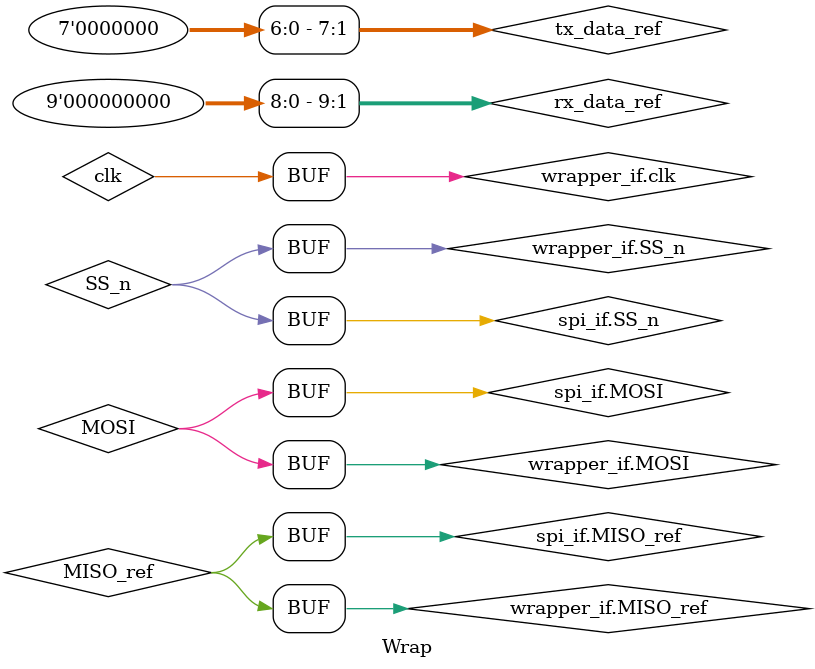
<source format=sv>
module Wrap (Wrapper_if.REF_MODEL wrapper_if);

SPI_if spi_if(wrapper_if.clk);
RAM_if ram_if(wrapper_if.clk);

logic clk, rst_n, SS_n, MOSI, rx_valid_ref, tx_valid_ref, MISO_ref;
logic [7: 0] tx_data_ref;
logic [9: 0] rx_data_ref;

assign clk                  = wrapper_if.clk;
assign rst_n                = wrapper_if.rst_n;
assign SS_n                 = wrapper_if.SS_n;
assign MOSI                 = wrapper_if.MOSI;
assign wrapper_if.MISO_ref  = MISO_ref;

assign spi_if.rst_n     = rst_n;  
assign spi_if.SS_n      = SS_n;
assign spi_if.MOSI      = MOSI;
assign spi_if.tx_valid  = tx_valid_ref;
assign spi_if.tx_data   = tx_data_ref;
assign rx_valid_ref     = spi_if.rx_valid_ref;
assign rx_data_ref      = spi_if.rx_data_ref;
assign MISO_ref         = spi_if.MISO_ref;

assign ram_if.rst_n     = rst_n;  
assign ram_if.rx_valid  = rx_valid_ref;
assign ram_if.din       = rx_data_ref;
assign tx_valid_ref     = ram_if.tx_valid_ref;
assign tx_data_ref      = ram_if.dout_ref;

// Modules instantiation
RAM_ref_model ram_ref_model (ram_if.REF_MODEL);

SPI spi_init (spi_if.REF_MODEL);

endmodule
</source>
